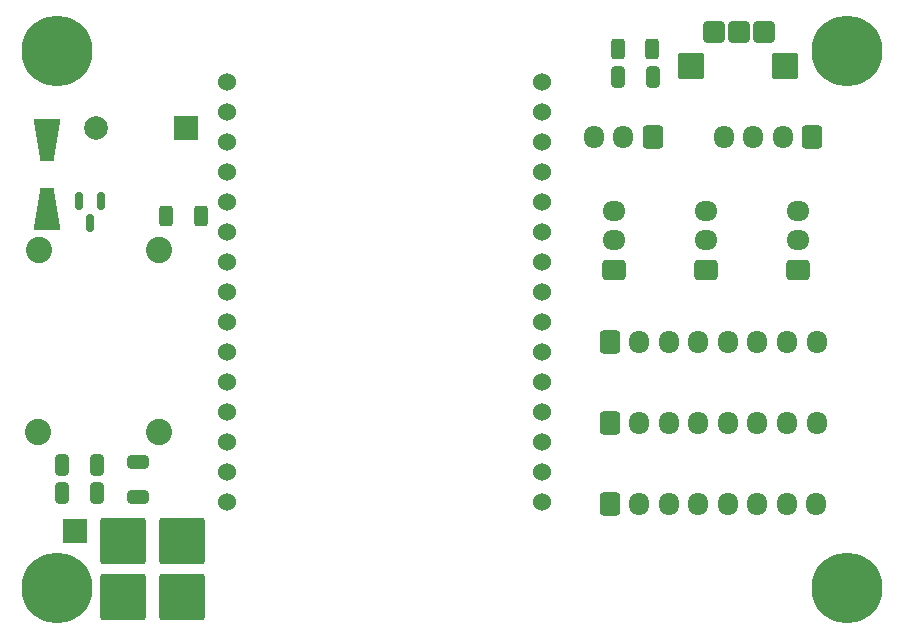
<source format=gbr>
%TF.GenerationSoftware,KiCad,Pcbnew,8.0.4*%
%TF.CreationDate,2024-11-11T23:36:28+01:00*%
%TF.ProjectId,Self balancing cube,53656c66-2062-4616-9c61-6e63696e6720,rev?*%
%TF.SameCoordinates,Original*%
%TF.FileFunction,Soldermask,Top*%
%TF.FilePolarity,Negative*%
%FSLAX46Y46*%
G04 Gerber Fmt 4.6, Leading zero omitted, Abs format (unit mm)*
G04 Created by KiCad (PCBNEW 8.0.4) date 2024-11-11 23:36:28*
%MOMM*%
%LPD*%
G01*
G04 APERTURE LIST*
G04 Aperture macros list*
%AMRoundRect*
0 Rectangle with rounded corners*
0 $1 Rounding radius*
0 $2 $3 $4 $5 $6 $7 $8 $9 X,Y pos of 4 corners*
0 Add a 4 corners polygon primitive as box body*
4,1,4,$2,$3,$4,$5,$6,$7,$8,$9,$2,$3,0*
0 Add four circle primitives for the rounded corners*
1,1,$1+$1,$2,$3*
1,1,$1+$1,$4,$5*
1,1,$1+$1,$6,$7*
1,1,$1+$1,$8,$9*
0 Add four rect primitives between the rounded corners*
20,1,$1+$1,$2,$3,$4,$5,0*
20,1,$1+$1,$4,$5,$6,$7,0*
20,1,$1+$1,$6,$7,$8,$9,0*
20,1,$1+$1,$8,$9,$2,$3,0*%
%AMOutline4P*
0 Free polygon, 4 corners , with rotation*
0 The origin of the aperture is its center*
0 number of corners: always 4*
0 $1 to $8 corner X, Y*
0 $9 Rotation angle, in degrees counterclockwise*
0 create outline with 4 corners*
4,1,4,$1,$2,$3,$4,$5,$6,$7,$8,$1,$2,$9*%
G04 Aperture macros list end*
%ADD10RoundRect,0.250000X0.325000X0.650000X-0.325000X0.650000X-0.325000X-0.650000X0.325000X-0.650000X0*%
%ADD11RoundRect,0.250002X-1.699998X-1.699998X1.699998X-1.699998X1.699998X1.699998X-1.699998X1.699998X0*%
%ADD12RoundRect,0.250000X-0.600000X-0.725000X0.600000X-0.725000X0.600000X0.725000X-0.600000X0.725000X0*%
%ADD13O,1.700000X1.950000*%
%ADD14RoundRect,0.250000X-0.325000X-0.650000X0.325000X-0.650000X0.325000X0.650000X-0.325000X0.650000X0*%
%ADD15RoundRect,0.250000X0.725000X-0.600000X0.725000X0.600000X-0.725000X0.600000X-0.725000X-0.600000X0*%
%ADD16O,1.950000X1.700000*%
%ADD17C,6.000000*%
%ADD18RoundRect,0.250000X0.650000X-0.325000X0.650000X0.325000X-0.650000X0.325000X-0.650000X-0.325000X0*%
%ADD19RoundRect,0.270000X-0.630000X-0.630000X0.630000X-0.630000X0.630000X0.630000X-0.630000X0.630000X0*%
%ADD20RoundRect,0.150000X-0.150000X0.587500X-0.150000X-0.587500X0.150000X-0.587500X0.150000X0.587500X0*%
%ADD21C,2.220000*%
%ADD22RoundRect,0.250000X-0.312500X-0.625000X0.312500X-0.625000X0.312500X0.625000X-0.312500X0.625000X0*%
%ADD23RoundRect,0.250001X-0.799999X-0.799999X0.799999X-0.799999X0.799999X0.799999X-0.799999X0.799999X0*%
%ADD24RoundRect,0.250000X0.312500X0.625000X-0.312500X0.625000X-0.312500X-0.625000X0.312500X-0.625000X0*%
%ADD25Outline4P,-1.800000X-1.150000X1.800000X-0.550000X1.800000X0.550000X-1.800000X1.150000X270.000000*%
%ADD26Outline4P,-1.800000X-1.150000X1.800000X-0.550000X1.800000X0.550000X-1.800000X1.150000X90.000000*%
%ADD27RoundRect,0.250000X0.600000X0.725000X-0.600000X0.725000X-0.600000X-0.725000X0.600000X-0.725000X0*%
%ADD28R,2.000000X2.000000*%
%ADD29C,2.000000*%
%ADD30C,1.524000*%
%ADD31RoundRect,0.102000X1.000000X1.000000X-1.000000X1.000000X-1.000000X-1.000000X1.000000X-1.000000X0*%
G04 APERTURE END LIST*
D10*
%TO.C,C1*%
X120448600Y-109067600D03*
X117498600Y-109067600D03*
%TD*%
D11*
%TO.C,J1*%
X127609600Y-113131600D03*
%TD*%
D12*
%TO.C,J8*%
X163848400Y-110032800D03*
D13*
X166348400Y-110032800D03*
X168848400Y-110032800D03*
X171348400Y-110032800D03*
X173848400Y-110032800D03*
X176348400Y-110032800D03*
X178848400Y-110032800D03*
X181348400Y-110032800D03*
%TD*%
D14*
%TO.C,C2*%
X164537600Y-73812400D03*
X167487600Y-73812400D03*
%TD*%
D15*
%TO.C,J10*%
X171984000Y-90170000D03*
D16*
X171984000Y-87670000D03*
X171984000Y-85170000D03*
%TD*%
D17*
%TO.C,*%
X183896000Y-117144800D03*
%TD*%
D15*
%TO.C,J9*%
X164184000Y-90170000D03*
D16*
X164184000Y-87670000D03*
X164184000Y-85170000D03*
%TD*%
D15*
%TO.C,J11*%
X179784000Y-90170000D03*
D16*
X179784000Y-87670000D03*
X179784000Y-85170000D03*
%TD*%
D12*
%TO.C,J7*%
X163851600Y-103174800D03*
D13*
X166351600Y-103174800D03*
X168851600Y-103174800D03*
X171351600Y-103174800D03*
X173851600Y-103174800D03*
X176351600Y-103174800D03*
X178851600Y-103174800D03*
X181351600Y-103174800D03*
%TD*%
D18*
%TO.C,R2*%
X123901200Y-109374200D03*
X123901200Y-106424200D03*
%TD*%
D19*
%TO.C,J14*%
X176936400Y-70053200D03*
%TD*%
D20*
%TO.C,Q1*%
X120801300Y-84355700D03*
X118901300Y-84355700D03*
X119851300Y-86230700D03*
%TD*%
D21*
%TO.C,U1*%
X125654200Y-103886000D03*
X115474200Y-103886000D03*
X125654200Y-88476000D03*
X115494200Y-88476000D03*
%TD*%
D22*
%TO.C,R4*%
X164530100Y-71442800D03*
X167455100Y-71442800D03*
%TD*%
D17*
%TO.C,1*%
X117043200Y-71628000D03*
%TD*%
D12*
%TO.C,J6*%
X163851600Y-96316800D03*
D13*
X166351600Y-96316800D03*
X168851600Y-96316800D03*
X171351600Y-96316800D03*
X173851600Y-96316800D03*
X176351600Y-96316800D03*
X178851600Y-96316800D03*
X181351600Y-96316800D03*
%TD*%
D23*
%TO.C,J5*%
X118567200Y-112268000D03*
%TD*%
D11*
%TO.C,J2*%
X122631200Y-113131600D03*
%TD*%
%TO.C,J3*%
X122631200Y-117906800D03*
%TD*%
D10*
%TO.C,R3*%
X120448600Y-106730800D03*
X117498600Y-106730800D03*
%TD*%
D24*
%TO.C,R1*%
X129213800Y-85598000D03*
X126288800Y-85598000D03*
%TD*%
D17*
%TO.C,1*%
X117043200Y-117144800D03*
%TD*%
D25*
%TO.C,D1*%
X116179600Y-79188400D03*
D26*
X116179600Y-84988400D03*
%TD*%
D27*
%TO.C,J12*%
X181003600Y-78943200D03*
D13*
X178503600Y-78943200D03*
X176003600Y-78943200D03*
X173503600Y-78943200D03*
%TD*%
D27*
%TO.C,J13*%
X167507600Y-78943200D03*
D13*
X165007600Y-78943200D03*
X162507600Y-78943200D03*
%TD*%
D17*
%TO.C,*%
X183896000Y-71678800D03*
%TD*%
D11*
%TO.C,J4*%
X127609600Y-117906800D03*
%TD*%
D28*
%TO.C,BZ1*%
X127955200Y-78130400D03*
D29*
X120355200Y-78130400D03*
%TD*%
D19*
%TO.C,J15*%
X174802800Y-70053200D03*
%TD*%
D30*
%TO.C,U2*%
X131482600Y-74296200D03*
X131482600Y-76836200D03*
X131482600Y-79376200D03*
X131482600Y-81916200D03*
X131482600Y-84456200D03*
X131482600Y-86996200D03*
X131482600Y-89536200D03*
X131482600Y-92076200D03*
X131482600Y-94616200D03*
X131482600Y-97156200D03*
X131482600Y-99696200D03*
X131482600Y-102236200D03*
X131482600Y-104776200D03*
X131482600Y-107316200D03*
X131482600Y-109856200D03*
X158152600Y-109856200D03*
X158152600Y-107316200D03*
X158152600Y-104776200D03*
X158152600Y-102236200D03*
X158152600Y-99696200D03*
X158152600Y-97156200D03*
X158152600Y-94616200D03*
X158152600Y-92076200D03*
X158152600Y-89536200D03*
X158152600Y-86996200D03*
X158152600Y-84456200D03*
X158152600Y-81916200D03*
X158152600Y-79376200D03*
X158152600Y-76836200D03*
X158152600Y-74296200D03*
%TD*%
D31*
%TO.C,SW2*%
X178701200Y-72948800D03*
X170701200Y-72948800D03*
%TD*%
D19*
%TO.C,J16*%
X172669200Y-70053200D03*
%TD*%
M02*

</source>
